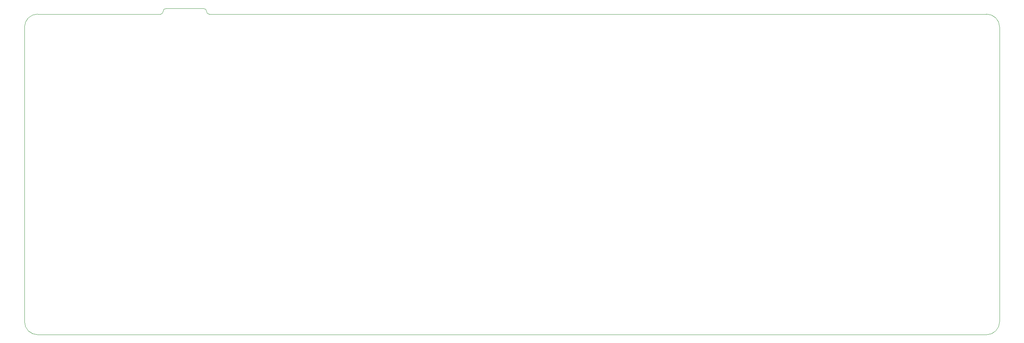
<source format=gbr>
G04 #@! TF.GenerationSoftware,KiCad,Pcbnew,(5.1.2-1)-1*
G04 #@! TF.CreationDate,2020-05-23T15:22:12-05:00*
G04 #@! TF.ProjectId,therick48,74686572-6963-46b3-9438-2e6b69636164,rev?*
G04 #@! TF.SameCoordinates,Original*
G04 #@! TF.FileFunction,Profile,NP*
%FSLAX46Y46*%
G04 Gerber Fmt 4.6, Leading zero omitted, Abs format (unit mm)*
G04 Created by KiCad (PCBNEW (5.1.2-1)-1) date 2020-05-23 15:22:12*
%MOMM*%
%LPD*%
G04 APERTURE LIST*
%ADD10C,0.050000*%
G04 APERTURE END LIST*
D10*
X273220000Y-107160000D02*
X273220000Y-38760000D01*
X78900020Y-35166300D02*
X78900044Y-35201816D01*
X89057480Y-35201816D02*
X89057480Y-35166300D01*
X78900044Y-35201816D02*
G75*
G02X78381860Y-35720000I-518184J0D01*
G01*
X89575664Y-35720000D02*
G75*
G02X89057480Y-35201816I0J518184D01*
G01*
X79677260Y-34389060D02*
X88280240Y-34389060D01*
X78900020Y-35166300D02*
G75*
G02X79677260Y-34389060I777240J0D01*
G01*
X88280240Y-34389060D02*
G75*
G02X89057480Y-35166300I0J-777240D01*
G01*
X273220000Y-107160000D02*
G75*
G02X270180000Y-110200000I-3040000J0D01*
G01*
X270180000Y-35720000D02*
G75*
G02X273220000Y-38760000I0J-3040000D01*
G01*
X49780000Y-110200000D02*
G75*
G02X46740000Y-107160000I0J3040000D01*
G01*
X46740000Y-38758750D02*
G75*
G02X49780000Y-35718750I3040000J0D01*
G01*
X78381860Y-35720000D02*
X49780000Y-35718750D01*
X49780000Y-110200000D02*
X270180000Y-110200000D01*
X270180000Y-35721250D02*
X89575664Y-35720000D01*
X46740000Y-38758750D02*
X46740000Y-107160000D01*
M02*

</source>
